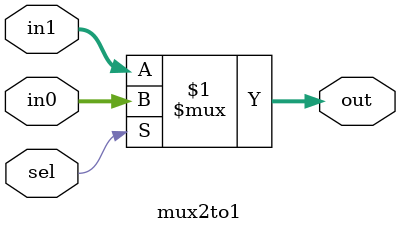
<source format=v>
module mux2to1( input[7:0] in1,input [7:0] in0,input sel,output [7:0] out);
assign out=sel?in0:in1;
endmodule

</source>
